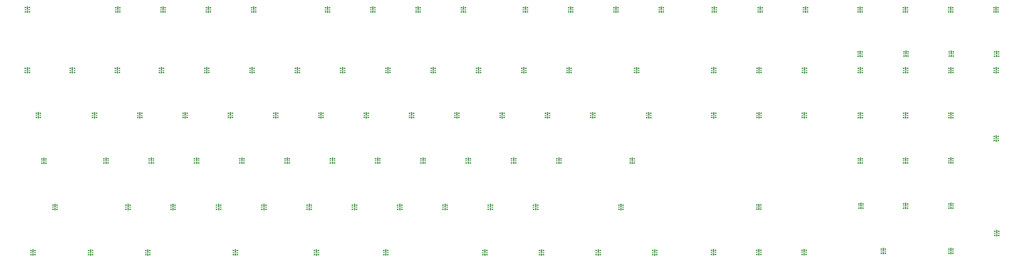
<source format=gbr>
%TF.GenerationSoftware,KiCad,Pcbnew,(5.1.9)-1*%
%TF.CreationDate,2021-06-08T21:52:20+10:00*%
%TF.ProjectId,RedPyKeeb_mainboard,52656450-794b-4656-9562-5f6d61696e62,rev?*%
%TF.SameCoordinates,Original*%
%TF.FileFunction,Paste,Top*%
%TF.FilePolarity,Positive*%
%FSLAX46Y46*%
G04 Gerber Fmt 4.6, Leading zero omitted, Abs format (unit mm)*
G04 Created by KiCad (PCBNEW (5.1.9)-1) date 2021-06-08 21:52:20*
%MOMM*%
%LPD*%
G01*
G04 APERTURE LIST*
%ADD10R,0.800000X0.500000*%
%ADD11R,0.800000X0.300000*%
%ADD12R,0.500000X1.000000*%
%ADD13R,0.500000X1.580000*%
G04 APERTURE END LIST*
D10*
%TO.C,LD3\u002C5\u002C1*%
X179805700Y-153249200D03*
D11*
X179805700Y-152349200D03*
D10*
X179805700Y-151449200D03*
D11*
X178105700Y-152349200D03*
D10*
X178105700Y-151449200D03*
X178105700Y-153249200D03*
D12*
X178955700Y-153179200D03*
D13*
X178955700Y-151659200D03*
%TD*%
D10*
%TO.C,LD3\u002C5\u002C0*%
X115708800Y-153261900D03*
D11*
X115708800Y-152361900D03*
D10*
X115708800Y-151461900D03*
D11*
X114008800Y-152361900D03*
D10*
X114008800Y-151461900D03*
X114008800Y-153261900D03*
D12*
X114858800Y-153191900D03*
D13*
X114858800Y-151671900D03*
%TD*%
D10*
%TO.C,LD20\u002C7*%
X440181100Y-68375100D03*
D11*
X440181100Y-67475100D03*
D10*
X440181100Y-66575100D03*
D11*
X438481100Y-67475100D03*
D10*
X438481100Y-66575100D03*
X438481100Y-68375100D03*
D12*
X439331100Y-68305100D03*
D13*
X439331100Y-66785100D03*
%TD*%
D10*
%TO.C,LD20\u002C0*%
X439927100Y-49464800D03*
D11*
X439927100Y-48564800D03*
D10*
X439927100Y-47664800D03*
D11*
X438227100Y-48564800D03*
D10*
X438227100Y-47664800D03*
X438227100Y-49464800D03*
D12*
X439077100Y-49394800D03*
D13*
X439077100Y-47874800D03*
%TD*%
D10*
%TO.C,LD20\u002C1*%
X439990600Y-75360100D03*
D11*
X439990600Y-74460100D03*
D10*
X439990600Y-73560100D03*
D11*
X438290600Y-74460100D03*
D10*
X438290600Y-73560100D03*
X438290600Y-75360100D03*
D12*
X439140600Y-75290100D03*
D13*
X439140600Y-73770100D03*
%TD*%
D10*
%TO.C,LD19\u002C6*%
X440244600Y-145019600D03*
D11*
X440244600Y-144119600D03*
D10*
X440244600Y-143219600D03*
D11*
X438544600Y-144119600D03*
D10*
X438544600Y-143219600D03*
X438544600Y-145019600D03*
D12*
X439394600Y-144949600D03*
D13*
X439394600Y-143429600D03*
%TD*%
D10*
%TO.C,LD19\u002C3*%
X420686600Y-94626000D03*
D11*
X420686600Y-93726000D03*
D10*
X420686600Y-92826000D03*
D11*
X418986600Y-93726000D03*
D10*
X418986600Y-92826000D03*
X418986600Y-94626000D03*
D12*
X419836600Y-94556000D03*
D13*
X419836600Y-93036000D03*
%TD*%
D10*
%TO.C,LD19\u002C4*%
X439990600Y-104506600D03*
D11*
X439990600Y-103606600D03*
D10*
X439990600Y-102706600D03*
D11*
X438290600Y-103606600D03*
D10*
X438290600Y-102706600D03*
X438290600Y-104506600D03*
D12*
X439140600Y-104436600D03*
D13*
X439140600Y-102916600D03*
%TD*%
D10*
%TO.C,LD19\u002C1*%
X420686600Y-75372800D03*
D11*
X420686600Y-74472800D03*
D10*
X420686600Y-73572800D03*
D11*
X418986600Y-74472800D03*
D10*
X418986600Y-73572800D03*
X418986600Y-75372800D03*
D12*
X419836600Y-75302800D03*
D13*
X419836600Y-73782800D03*
%TD*%
D10*
%TO.C,LD19\u002C0*%
X420610400Y-49464800D03*
D11*
X420610400Y-48564800D03*
D10*
X420610400Y-47664800D03*
D11*
X418910400Y-48564800D03*
D10*
X418910400Y-47664800D03*
X418910400Y-49464800D03*
D12*
X419760400Y-49394800D03*
D13*
X419760400Y-47874800D03*
%TD*%
D10*
%TO.C,LD19\u002C7*%
X420877100Y-68324300D03*
D11*
X420877100Y-67424300D03*
D10*
X420877100Y-66524300D03*
D11*
X419177100Y-67424300D03*
D10*
X419177100Y-66524300D03*
X419177100Y-68324300D03*
D12*
X420027100Y-68254300D03*
D13*
X420027100Y-66734300D03*
%TD*%
D10*
%TO.C,LD18\u002C0*%
X401306400Y-49464800D03*
D11*
X401306400Y-48564800D03*
D10*
X401306400Y-47664800D03*
D11*
X399606400Y-48564800D03*
D10*
X399606400Y-47664800D03*
X399606400Y-49464800D03*
D12*
X400456400Y-49394800D03*
D13*
X400456400Y-47874800D03*
%TD*%
D10*
%TO.C,LD18\u002C3*%
X401382600Y-94626000D03*
D11*
X401382600Y-93726000D03*
D10*
X401382600Y-92826000D03*
D11*
X399682600Y-93726000D03*
D10*
X399682600Y-92826000D03*
X399682600Y-94626000D03*
D12*
X400532600Y-94556000D03*
D13*
X400532600Y-93036000D03*
%TD*%
D10*
%TO.C,LD18\u002C4*%
X420686600Y-113968100D03*
D11*
X420686600Y-113068100D03*
D10*
X420686600Y-112168100D03*
D11*
X418986600Y-113068100D03*
D10*
X418986600Y-112168100D03*
X418986600Y-113968100D03*
D12*
X419836600Y-113898100D03*
D13*
X419836600Y-112378100D03*
%TD*%
D10*
%TO.C,LD18\u002C5*%
X420686600Y-133335600D03*
D11*
X420686600Y-132435600D03*
D10*
X420686600Y-131535600D03*
D11*
X418986600Y-132435600D03*
D10*
X418986600Y-131535600D03*
X418986600Y-133335600D03*
D12*
X419836600Y-133265600D03*
D13*
X419836600Y-131745600D03*
%TD*%
D10*
%TO.C,LD18\u002C7*%
X401573100Y-68324300D03*
D11*
X401573100Y-67424300D03*
D10*
X401573100Y-66524300D03*
D11*
X399873100Y-67424300D03*
D10*
X399873100Y-66524300D03*
X399873100Y-68324300D03*
D12*
X400723100Y-68254300D03*
D13*
X400723100Y-66734300D03*
%TD*%
D10*
%TO.C,LD18\u002C1*%
X401382600Y-75360100D03*
D11*
X401382600Y-74460100D03*
D10*
X401382600Y-73560100D03*
D11*
X399682600Y-74460100D03*
D10*
X399682600Y-73560100D03*
X399682600Y-75360100D03*
D12*
X400532600Y-75290100D03*
D13*
X400532600Y-73770100D03*
%TD*%
D10*
%TO.C,LD18\u002C6*%
X420686600Y-152639600D03*
D11*
X420686600Y-151739600D03*
D10*
X420686600Y-150839600D03*
D11*
X418986600Y-151739600D03*
D10*
X418986600Y-150839600D03*
X418986600Y-152639600D03*
D12*
X419836600Y-152569600D03*
D13*
X419836600Y-151049600D03*
%TD*%
D10*
%TO.C,LD17\u002C4*%
X401382600Y-114031600D03*
D11*
X401382600Y-113131600D03*
D10*
X401382600Y-112231600D03*
D11*
X399682600Y-113131600D03*
D10*
X399682600Y-112231600D03*
X399682600Y-114031600D03*
D12*
X400532600Y-113961600D03*
D13*
X400532600Y-112441600D03*
%TD*%
D10*
%TO.C,LD17\u002C3*%
X382078600Y-94626000D03*
D11*
X382078600Y-93726000D03*
D10*
X382078600Y-92826000D03*
D11*
X380378600Y-93726000D03*
D10*
X380378600Y-92826000D03*
X380378600Y-94626000D03*
D12*
X381228600Y-94556000D03*
D13*
X381228600Y-93036000D03*
%TD*%
D10*
%TO.C,LD17\u002C6*%
X391857600Y-152639600D03*
D11*
X391857600Y-151739600D03*
D10*
X391857600Y-150839600D03*
D11*
X390157600Y-151739600D03*
D10*
X390157600Y-150839600D03*
X390157600Y-152639600D03*
D12*
X391007600Y-152569600D03*
D13*
X391007600Y-151049600D03*
%TD*%
D10*
%TO.C,LD17\u002C5*%
X401382600Y-133335600D03*
D11*
X401382600Y-132435600D03*
D10*
X401382600Y-131535600D03*
D11*
X399682600Y-132435600D03*
D10*
X399682600Y-131535600D03*
X399682600Y-133335600D03*
D12*
X400532600Y-133265600D03*
D13*
X400532600Y-131745600D03*
%TD*%
D10*
%TO.C,LD17\u002C1*%
X382078600Y-75360100D03*
D11*
X382078600Y-74460100D03*
D10*
X382078600Y-73560100D03*
D11*
X380378600Y-74460100D03*
D10*
X380378600Y-73560100D03*
X380378600Y-75360100D03*
D12*
X381228600Y-75290100D03*
D13*
X381228600Y-73770100D03*
%TD*%
D10*
%TO.C,LD17\u002C0*%
X382002400Y-49464800D03*
D11*
X382002400Y-48564800D03*
D10*
X382002400Y-47664800D03*
D11*
X380302400Y-48564800D03*
D10*
X380302400Y-47664800D03*
X380302400Y-49464800D03*
D12*
X381152400Y-49394800D03*
D13*
X381152400Y-47874800D03*
%TD*%
D10*
%TO.C,LD17\u002C7*%
X381951600Y-68375100D03*
D11*
X381951600Y-67475100D03*
D10*
X381951600Y-66575100D03*
D11*
X380251600Y-67475100D03*
D10*
X380251600Y-66575100D03*
X380251600Y-68375100D03*
D12*
X381101600Y-68305100D03*
D13*
X381101600Y-66785100D03*
%TD*%
D10*
%TO.C,LD16\u002C5*%
X382332600Y-133335600D03*
D11*
X382332600Y-132435600D03*
D10*
X382332600Y-131535600D03*
D11*
X380632600Y-132435600D03*
D10*
X380632600Y-131535600D03*
X380632600Y-133335600D03*
D12*
X381482600Y-133265600D03*
D13*
X381482600Y-131745600D03*
%TD*%
D10*
%TO.C,LD16\u002C3*%
X358202600Y-94600600D03*
D11*
X358202600Y-93700600D03*
D10*
X358202600Y-92800600D03*
D11*
X356502600Y-93700600D03*
D10*
X356502600Y-92800600D03*
X356502600Y-94600600D03*
D12*
X357352600Y-94530600D03*
D13*
X357352600Y-93010600D03*
%TD*%
D10*
%TO.C,LD16\u002C1*%
X358280800Y-75385500D03*
D11*
X358280800Y-74485500D03*
D10*
X358280800Y-73585500D03*
D11*
X356580800Y-74485500D03*
D10*
X356580800Y-73585500D03*
X356580800Y-75385500D03*
D12*
X357430800Y-75315500D03*
D13*
X357430800Y-73795500D03*
%TD*%
D10*
%TO.C,LD16\u002C6*%
X358139100Y-153147600D03*
D11*
X358139100Y-152247600D03*
D10*
X358139100Y-151347600D03*
D11*
X356439100Y-152247600D03*
D10*
X356439100Y-151347600D03*
X356439100Y-153147600D03*
D12*
X357289100Y-153077600D03*
D13*
X357289100Y-151557600D03*
%TD*%
D10*
%TO.C,LD16\u002C0*%
X358697900Y-49452100D03*
D11*
X358697900Y-48552100D03*
D10*
X358697900Y-47652100D03*
D11*
X356997900Y-48552100D03*
D10*
X356997900Y-47652100D03*
X356997900Y-49452100D03*
D12*
X357847900Y-49382100D03*
D13*
X357847900Y-47862100D03*
%TD*%
D10*
%TO.C,LD16\u002C4*%
X382078600Y-114031600D03*
D11*
X382078600Y-113131600D03*
D10*
X382078600Y-112231600D03*
D11*
X380378600Y-113131600D03*
D10*
X380378600Y-112231600D03*
X380378600Y-114031600D03*
D12*
X381228600Y-113961600D03*
D13*
X381228600Y-112441600D03*
%TD*%
D10*
%TO.C,LD15\u002C0*%
X339393900Y-49452100D03*
D11*
X339393900Y-48552100D03*
D10*
X339393900Y-47652100D03*
D11*
X337693900Y-48552100D03*
D10*
X337693900Y-47652100D03*
X337693900Y-49452100D03*
D12*
X338543900Y-49382100D03*
D13*
X338543900Y-47862100D03*
%TD*%
D10*
%TO.C,LD15\u002C5*%
X338835100Y-133792800D03*
D11*
X338835100Y-132892800D03*
D10*
X338835100Y-131992800D03*
D11*
X337135100Y-132892800D03*
D10*
X337135100Y-131992800D03*
X337135100Y-133792800D03*
D12*
X337985100Y-133722800D03*
D13*
X337985100Y-132202800D03*
%TD*%
D10*
%TO.C,LD15\u002C6*%
X338835100Y-153147600D03*
D11*
X338835100Y-152247600D03*
D10*
X338835100Y-151347600D03*
D11*
X337135100Y-152247600D03*
D10*
X337135100Y-151347600D03*
X337135100Y-153147600D03*
D12*
X337985100Y-153077600D03*
D13*
X337985100Y-151557600D03*
%TD*%
D10*
%TO.C,LD15\u002C3*%
X338898600Y-94600600D03*
D11*
X338898600Y-93700600D03*
D10*
X338898600Y-92800600D03*
D11*
X337198600Y-93700600D03*
D10*
X337198600Y-92800600D03*
X337198600Y-94600600D03*
D12*
X338048600Y-94530600D03*
D13*
X338048600Y-93010600D03*
%TD*%
D10*
%TO.C,LD15\u002C1*%
X338898600Y-75360100D03*
D11*
X338898600Y-74460100D03*
D10*
X338898600Y-73560100D03*
D11*
X337198600Y-74460100D03*
D10*
X337198600Y-73560100D03*
X337198600Y-75360100D03*
D12*
X338048600Y-75290100D03*
D13*
X338048600Y-73770100D03*
%TD*%
D10*
%TO.C,LD14\u002C1*%
X319594600Y-75360100D03*
D11*
X319594600Y-74460100D03*
D10*
X319594600Y-73560100D03*
D11*
X317894600Y-74460100D03*
D10*
X317894600Y-73560100D03*
X317894600Y-75360100D03*
D12*
X318744600Y-75290100D03*
D13*
X318744600Y-73770100D03*
%TD*%
D10*
%TO.C,LD14\u002C3*%
X319594600Y-94600600D03*
D11*
X319594600Y-93700600D03*
D10*
X319594600Y-92800600D03*
D11*
X317894600Y-93700600D03*
D10*
X317894600Y-92800600D03*
X317894600Y-94600600D03*
D12*
X318744600Y-94530600D03*
D13*
X318744600Y-93010600D03*
%TD*%
D10*
%TO.C,LD14\u002C0*%
X319835900Y-49452100D03*
D11*
X319835900Y-48552100D03*
D10*
X319835900Y-47652100D03*
D11*
X318135900Y-48552100D03*
D10*
X318135900Y-47652100D03*
X318135900Y-49452100D03*
D12*
X318985900Y-49382100D03*
D13*
X318985900Y-47862100D03*
%TD*%
D10*
%TO.C,LD14\u002C6*%
X319531100Y-153147600D03*
D11*
X319531100Y-152247600D03*
D10*
X319531100Y-151347600D03*
D11*
X317831100Y-152247600D03*
D10*
X317831100Y-151347600D03*
X317831100Y-153147600D03*
D12*
X318681100Y-153077600D03*
D13*
X318681100Y-151557600D03*
%TD*%
D10*
%TO.C,LD13\u002C1*%
X286739700Y-75360100D03*
D11*
X286739700Y-74460100D03*
D10*
X286739700Y-73560100D03*
D11*
X285039700Y-74460100D03*
D10*
X285039700Y-73560100D03*
X285039700Y-75360100D03*
D12*
X285889700Y-75290100D03*
D13*
X285889700Y-73770100D03*
%TD*%
D10*
%TO.C,LD13\u002C2*%
X291934000Y-94626000D03*
D11*
X291934000Y-93726000D03*
D10*
X291934000Y-92826000D03*
D11*
X290234000Y-93726000D03*
D10*
X290234000Y-92826000D03*
X290234000Y-94626000D03*
D12*
X291084000Y-94556000D03*
D13*
X291084000Y-93036000D03*
%TD*%
D10*
%TO.C,LD12\u002C0*%
X297265460Y-49452100D03*
D11*
X297265460Y-48552100D03*
D10*
X297265460Y-47652100D03*
D11*
X295565460Y-48552100D03*
D10*
X295565460Y-47652100D03*
X295565460Y-49452100D03*
D12*
X296415460Y-49382100D03*
D13*
X296415460Y-47862100D03*
%TD*%
D10*
%TO.C,LD12\u002C1*%
X257974200Y-75360100D03*
D11*
X257974200Y-74460100D03*
D10*
X257974200Y-73560100D03*
D11*
X256274200Y-74460100D03*
D10*
X256274200Y-73560100D03*
X256274200Y-75360100D03*
D12*
X257124200Y-75290100D03*
D13*
X257124200Y-73770100D03*
%TD*%
D10*
%TO.C,LD12\u002C3*%
X284872800Y-114057000D03*
D11*
X284872800Y-113157000D03*
D10*
X284872800Y-112257000D03*
D11*
X283172800Y-113157000D03*
D10*
X283172800Y-112257000D03*
X283172800Y-114057000D03*
D12*
X284022800Y-113987000D03*
D13*
X284022800Y-112467000D03*
%TD*%
D10*
%TO.C,LD12\u002C2*%
X268007200Y-94600600D03*
D11*
X268007200Y-93700600D03*
D10*
X268007200Y-92800600D03*
D11*
X266307200Y-93700600D03*
D10*
X266307200Y-92800600D03*
X266307200Y-94600600D03*
D12*
X267157200Y-94530600D03*
D13*
X267157200Y-93010600D03*
%TD*%
D10*
%TO.C,LD11\u002C4*%
X280072200Y-133843600D03*
D11*
X280072200Y-132943600D03*
D10*
X280072200Y-132043600D03*
D11*
X278372200Y-132943600D03*
D10*
X278372200Y-132043600D03*
X278372200Y-133843600D03*
D12*
X279222200Y-133773600D03*
D13*
X279222200Y-132253600D03*
%TD*%
D10*
%TO.C,LD11\u002C2*%
X248703200Y-94600600D03*
D11*
X248703200Y-93700600D03*
D10*
X248703200Y-92800600D03*
D11*
X247003200Y-93700600D03*
D10*
X247003200Y-92800600D03*
X247003200Y-94600600D03*
D12*
X247853200Y-94530600D03*
D13*
X247853200Y-93010600D03*
%TD*%
D10*
%TO.C,LD11\u002C5*%
X294423200Y-153274600D03*
D11*
X294423200Y-152374600D03*
D10*
X294423200Y-151474600D03*
D11*
X292723200Y-152374600D03*
D10*
X292723200Y-151474600D03*
X292723200Y-153274600D03*
D12*
X293573200Y-153204600D03*
D13*
X293573200Y-151684600D03*
%TD*%
D10*
%TO.C,LD11\u002C0*%
X277961460Y-49452100D03*
D11*
X277961460Y-48552100D03*
D10*
X277961460Y-47652100D03*
D11*
X276261460Y-48552100D03*
D10*
X276261460Y-47652100D03*
X276261460Y-49452100D03*
D12*
X277111460Y-49382100D03*
D13*
X277111460Y-47862100D03*
%TD*%
D10*
%TO.C,LD11\u002C3*%
X253592700Y-114031600D03*
D11*
X253592700Y-113131600D03*
D10*
X253592700Y-112231600D03*
D11*
X251892700Y-113131600D03*
D10*
X251892700Y-112231600D03*
X251892700Y-114031600D03*
D12*
X252742700Y-113961600D03*
D13*
X252742700Y-112441600D03*
%TD*%
D10*
%TO.C,LD11\u002C1*%
X238670200Y-75360100D03*
D11*
X238670200Y-74460100D03*
D10*
X238670200Y-73560100D03*
D11*
X236970200Y-74460100D03*
D10*
X236970200Y-73560100D03*
X236970200Y-75360100D03*
D12*
X237820200Y-75290100D03*
D13*
X237820200Y-73770100D03*
%TD*%
D10*
%TO.C,LD10\u002C3*%
X234288700Y-114031600D03*
D11*
X234288700Y-113131600D03*
D10*
X234288700Y-112231600D03*
D11*
X232588700Y-113131600D03*
D10*
X232588700Y-112231600D03*
X232588700Y-114031600D03*
D12*
X233438700Y-113961600D03*
D13*
X233438700Y-112441600D03*
%TD*%
D10*
%TO.C,LD10\u002C4*%
X243686700Y-133843600D03*
D11*
X243686700Y-132943600D03*
D10*
X243686700Y-132043600D03*
D11*
X241986700Y-132943600D03*
D10*
X241986700Y-132043600D03*
X241986700Y-133843600D03*
D12*
X242836700Y-133773600D03*
D13*
X242836700Y-132253600D03*
%TD*%
D10*
%TO.C,LD10\u002C2*%
X229399200Y-94600600D03*
D11*
X229399200Y-93700600D03*
D10*
X229399200Y-92800600D03*
D11*
X227699200Y-93700600D03*
D10*
X227699200Y-92800600D03*
X227699200Y-94600600D03*
D12*
X228549200Y-94530600D03*
D13*
X228549200Y-93010600D03*
%TD*%
D10*
%TO.C,LD10\u002C1*%
X219366200Y-75360100D03*
D11*
X219366200Y-74460100D03*
D10*
X219366200Y-73560100D03*
D11*
X217666200Y-74460100D03*
D10*
X217666200Y-73560100D03*
X217666200Y-75360100D03*
D12*
X218516200Y-75290100D03*
D13*
X218516200Y-73770100D03*
%TD*%
D10*
%TO.C,LD10\u002C5*%
X270356700Y-153274600D03*
D11*
X270356700Y-152374600D03*
D10*
X270356700Y-151474600D03*
D11*
X268656700Y-152374600D03*
D10*
X268656700Y-151474600D03*
X268656700Y-153274600D03*
D12*
X269506700Y-153204600D03*
D13*
X269506700Y-151684600D03*
%TD*%
D10*
%TO.C,LD10\u002C0*%
X258657460Y-49452100D03*
D11*
X258657460Y-48552100D03*
D10*
X258657460Y-47652100D03*
D11*
X256957460Y-48552100D03*
D10*
X256957460Y-47652100D03*
X256957460Y-49452100D03*
D12*
X257807460Y-49382100D03*
D13*
X257807460Y-47862100D03*
%TD*%
D10*
%TO.C,LD9\u002C2*%
X210095200Y-94600600D03*
D11*
X210095200Y-93700600D03*
D10*
X210095200Y-92800600D03*
D11*
X208395200Y-93700600D03*
D10*
X208395200Y-92800600D03*
X208395200Y-94600600D03*
D12*
X209245200Y-94530600D03*
D13*
X209245200Y-93010600D03*
%TD*%
D10*
%TO.C,LD9\u002C5*%
X246163200Y-153274600D03*
D11*
X246163200Y-152374600D03*
D10*
X246163200Y-151474600D03*
D11*
X244463200Y-152374600D03*
D10*
X244463200Y-151474600D03*
X244463200Y-153274600D03*
D12*
X245313200Y-153204600D03*
D13*
X245313200Y-151684600D03*
%TD*%
D10*
%TO.C,LD9\u002C3*%
X214984700Y-114031600D03*
D11*
X214984700Y-113131600D03*
D10*
X214984700Y-112231600D03*
D11*
X213284700Y-113131600D03*
D10*
X213284700Y-112231600D03*
X213284700Y-114031600D03*
D12*
X214134700Y-113961600D03*
D13*
X214134700Y-112441600D03*
%TD*%
D10*
%TO.C,LD9\u002C4*%
X224382700Y-133843600D03*
D11*
X224382700Y-132943600D03*
D10*
X224382700Y-132043600D03*
D11*
X222682700Y-132943600D03*
D10*
X222682700Y-132043600D03*
X222682700Y-133843600D03*
D12*
X223532700Y-133773600D03*
D13*
X223532700Y-132253600D03*
%TD*%
D10*
%TO.C,LD9\u002C1*%
X200062200Y-75360100D03*
D11*
X200062200Y-74460100D03*
D10*
X200062200Y-73560100D03*
D11*
X198362200Y-74460100D03*
D10*
X198362200Y-73560100D03*
X198362200Y-75360100D03*
D12*
X199212200Y-75290100D03*
D13*
X199212200Y-73770100D03*
%TD*%
D10*
%TO.C,LD9\u002C0*%
X239353460Y-49452100D03*
D11*
X239353460Y-48552100D03*
D10*
X239353460Y-47652100D03*
D11*
X237653460Y-48552100D03*
D10*
X237653460Y-47652100D03*
X237653460Y-49452100D03*
D12*
X238503460Y-49382100D03*
D13*
X238503460Y-47862100D03*
%TD*%
D10*
%TO.C,LD8\u002C5*%
X222033200Y-153274600D03*
D11*
X222033200Y-152374600D03*
D10*
X222033200Y-151474600D03*
D11*
X220333200Y-152374600D03*
D10*
X220333200Y-151474600D03*
X220333200Y-153274600D03*
D12*
X221183200Y-153204600D03*
D13*
X221183200Y-151684600D03*
%TD*%
D10*
%TO.C,LD8\u002C1*%
X180758200Y-75360100D03*
D11*
X180758200Y-74460100D03*
D10*
X180758200Y-73560100D03*
D11*
X179058200Y-74460100D03*
D10*
X179058200Y-73560100D03*
X179058200Y-75360100D03*
D12*
X179908200Y-75290100D03*
D13*
X179908200Y-73770100D03*
%TD*%
D10*
%TO.C,LD8\u002C2*%
X190791200Y-94600600D03*
D11*
X190791200Y-93700600D03*
D10*
X190791200Y-92800600D03*
D11*
X189091200Y-93700600D03*
D10*
X189091200Y-92800600D03*
X189091200Y-94600600D03*
D12*
X189941200Y-94530600D03*
D13*
X189941200Y-93010600D03*
%TD*%
D10*
%TO.C,LD8\u002C0*%
X212937460Y-49452100D03*
D11*
X212937460Y-48552100D03*
D10*
X212937460Y-47652100D03*
D11*
X211237460Y-48552100D03*
D10*
X211237460Y-47652100D03*
X211237460Y-49452100D03*
D12*
X212087460Y-49382100D03*
D13*
X212087460Y-47862100D03*
%TD*%
D10*
%TO.C,LD8\u002C4*%
X205078700Y-133843600D03*
D11*
X205078700Y-132943600D03*
D10*
X205078700Y-132043600D03*
D11*
X203378700Y-132943600D03*
D10*
X203378700Y-132043600D03*
X203378700Y-133843600D03*
D12*
X204228700Y-133773600D03*
D13*
X204228700Y-132253600D03*
%TD*%
D10*
%TO.C,LD8\u002C3*%
X195680700Y-114031600D03*
D11*
X195680700Y-113131600D03*
D10*
X195680700Y-112231600D03*
D11*
X193980700Y-113131600D03*
D10*
X193980700Y-112231600D03*
X193980700Y-114031600D03*
D12*
X194830700Y-113961600D03*
D13*
X194830700Y-112441600D03*
%TD*%
D10*
%TO.C,LD7\u002C2*%
X171487200Y-94600600D03*
D11*
X171487200Y-93700600D03*
D10*
X171487200Y-92800600D03*
D11*
X169787200Y-93700600D03*
D10*
X169787200Y-92800600D03*
X169787200Y-94600600D03*
D12*
X170637200Y-94530600D03*
D13*
X170637200Y-93010600D03*
%TD*%
D10*
%TO.C,LD7\u002C1*%
X161454200Y-75360100D03*
D11*
X161454200Y-74460100D03*
D10*
X161454200Y-73560100D03*
D11*
X159754200Y-74460100D03*
D10*
X159754200Y-73560100D03*
X159754200Y-75360100D03*
D12*
X160604200Y-75290100D03*
D13*
X160604200Y-73770100D03*
%TD*%
D10*
%TO.C,LD7\u002C3*%
X176376700Y-114031600D03*
D11*
X176376700Y-113131600D03*
D10*
X176376700Y-112231600D03*
D11*
X174676700Y-113131600D03*
D10*
X174676700Y-112231600D03*
X174676700Y-114031600D03*
D12*
X175526700Y-113961600D03*
D13*
X175526700Y-112441600D03*
%TD*%
D10*
%TO.C,LD7\u002C4*%
X185774700Y-133843600D03*
D11*
X185774700Y-132943600D03*
D10*
X185774700Y-132043600D03*
D11*
X184074700Y-132943600D03*
D10*
X184074700Y-132043600D03*
X184074700Y-133843600D03*
D12*
X184924700Y-133773600D03*
D13*
X184924700Y-132253600D03*
%TD*%
D10*
%TO.C,LD7\u002C0*%
X193633460Y-49452100D03*
D11*
X193633460Y-48552100D03*
D10*
X193633460Y-47652100D03*
D11*
X191933460Y-48552100D03*
D10*
X191933460Y-47652100D03*
X191933460Y-49452100D03*
D12*
X192783460Y-49382100D03*
D13*
X192783460Y-47862100D03*
%TD*%
D10*
%TO.C,LD6\u002C1*%
X142150200Y-75360100D03*
D11*
X142150200Y-74460100D03*
D10*
X142150200Y-73560100D03*
D11*
X140450200Y-74460100D03*
D10*
X140450200Y-73560100D03*
X140450200Y-75360100D03*
D12*
X141300200Y-75290100D03*
D13*
X141300200Y-73770100D03*
%TD*%
D10*
%TO.C,LD6\u002C3*%
X157072700Y-114031600D03*
D11*
X157072700Y-113131600D03*
D10*
X157072700Y-112231600D03*
D11*
X155372700Y-113131600D03*
D10*
X155372700Y-112231600D03*
X155372700Y-114031600D03*
D12*
X156222700Y-113961600D03*
D13*
X156222700Y-112441600D03*
%TD*%
D10*
%TO.C,LD6\u002C4*%
X166470700Y-133843600D03*
D11*
X166470700Y-132943600D03*
D10*
X166470700Y-132043600D03*
D11*
X164770700Y-132943600D03*
D10*
X164770700Y-132043600D03*
X164770700Y-133843600D03*
D12*
X165620700Y-133773600D03*
D13*
X165620700Y-132253600D03*
%TD*%
D10*
%TO.C,LD6\u002C0*%
X174329460Y-49452100D03*
D11*
X174329460Y-48552100D03*
D10*
X174329460Y-47652100D03*
D11*
X172629460Y-48552100D03*
D10*
X172629460Y-47652100D03*
X172629460Y-49452100D03*
D12*
X173479460Y-49382100D03*
D13*
X173479460Y-47862100D03*
%TD*%
D10*
%TO.C,LD6\u002C2*%
X152183200Y-94600600D03*
D11*
X152183200Y-93700600D03*
D10*
X152183200Y-92800600D03*
D11*
X150483200Y-93700600D03*
D10*
X150483200Y-92800600D03*
X150483200Y-94600600D03*
D12*
X151333200Y-94530600D03*
D13*
X151333200Y-93010600D03*
%TD*%
D10*
%TO.C,LD5\u002C1*%
X122846200Y-75360100D03*
D11*
X122846200Y-74460100D03*
D10*
X122846200Y-73560100D03*
D11*
X121146200Y-74460100D03*
D10*
X121146200Y-73560100D03*
X121146200Y-75360100D03*
D12*
X121996200Y-75290100D03*
D13*
X121996200Y-73770100D03*
%TD*%
D10*
%TO.C,LD5\u002C2*%
X132879200Y-94600600D03*
D11*
X132879200Y-93700600D03*
D10*
X132879200Y-92800600D03*
D11*
X131179200Y-93700600D03*
D10*
X131179200Y-92800600D03*
X131179200Y-94600600D03*
D12*
X132029200Y-94530600D03*
D13*
X132029200Y-93010600D03*
%TD*%
D10*
%TO.C,LD5\u002C4*%
X147166700Y-133843600D03*
D11*
X147166700Y-132943600D03*
D10*
X147166700Y-132043600D03*
D11*
X145466700Y-132943600D03*
D10*
X145466700Y-132043600D03*
X145466700Y-133843600D03*
D12*
X146316700Y-133773600D03*
D13*
X146316700Y-132253600D03*
%TD*%
D10*
%TO.C,LD5\u002C0*%
X155025460Y-49452100D03*
D11*
X155025460Y-48552100D03*
D10*
X155025460Y-47652100D03*
D11*
X153325460Y-48552100D03*
D10*
X153325460Y-47652100D03*
X153325460Y-49452100D03*
D12*
X154175460Y-49382100D03*
D13*
X154175460Y-47862100D03*
%TD*%
D10*
%TO.C,LD5\u002C3*%
X137768700Y-114031600D03*
D11*
X137768700Y-113131600D03*
D10*
X137768700Y-112231600D03*
D11*
X136068700Y-113131600D03*
D10*
X136068700Y-112231600D03*
X136068700Y-114031600D03*
D12*
X136918700Y-113961600D03*
D13*
X136918700Y-112441600D03*
%TD*%
D10*
%TO.C,LD4\u002C3*%
X118464700Y-114031600D03*
D11*
X118464700Y-113131600D03*
D10*
X118464700Y-112231600D03*
D11*
X116764700Y-113131600D03*
D10*
X116764700Y-112231600D03*
X116764700Y-114031600D03*
D12*
X117614700Y-113961600D03*
D13*
X117614700Y-112441600D03*
%TD*%
D10*
%TO.C,LD4\u002C4*%
X127862700Y-133843600D03*
D11*
X127862700Y-132943600D03*
D10*
X127862700Y-132043600D03*
D11*
X126162700Y-132943600D03*
D10*
X126162700Y-132043600D03*
X126162700Y-133843600D03*
D12*
X127012700Y-133773600D03*
D13*
X127012700Y-132253600D03*
%TD*%
D10*
%TO.C,LD4\u002C0*%
X123529460Y-49452100D03*
D11*
X123529460Y-48552100D03*
D10*
X123529460Y-47652100D03*
D11*
X121829460Y-48552100D03*
D10*
X121829460Y-47652100D03*
X121829460Y-49452100D03*
D12*
X122679460Y-49382100D03*
D13*
X122679460Y-47862100D03*
%TD*%
D10*
%TO.C,LD4\u002C2*%
X113575200Y-94600600D03*
D11*
X113575200Y-93700600D03*
D10*
X113575200Y-92800600D03*
D11*
X111875200Y-93700600D03*
D10*
X111875200Y-92800600D03*
X111875200Y-94600600D03*
D12*
X112725200Y-94530600D03*
D13*
X112725200Y-93010600D03*
%TD*%
D10*
%TO.C,LD4\u002C1*%
X103542200Y-75360100D03*
D11*
X103542200Y-74460100D03*
D10*
X103542200Y-73560100D03*
D11*
X101842200Y-74460100D03*
D10*
X101842200Y-73560100D03*
X101842200Y-75360100D03*
D12*
X102692200Y-75290100D03*
D13*
X102692200Y-73770100D03*
%TD*%
D10*
%TO.C,LD3\u002C0*%
X104225460Y-49452100D03*
D11*
X104225460Y-48552100D03*
D10*
X104225460Y-47652100D03*
D11*
X102525460Y-48552100D03*
D10*
X102525460Y-47652100D03*
X102525460Y-49452100D03*
D12*
X103375460Y-49382100D03*
D13*
X103375460Y-47862100D03*
%TD*%
D10*
%TO.C,LD3\u002C1*%
X84238200Y-75360100D03*
D11*
X84238200Y-74460100D03*
D10*
X84238200Y-73560100D03*
D11*
X82538200Y-74460100D03*
D10*
X82538200Y-73560100D03*
X82538200Y-75360100D03*
D12*
X83388200Y-75290100D03*
D13*
X83388200Y-73770100D03*
%TD*%
D10*
%TO.C,LD3\u002C2*%
X94271200Y-94600600D03*
D11*
X94271200Y-93700600D03*
D10*
X94271200Y-92800600D03*
D11*
X92571200Y-93700600D03*
D10*
X92571200Y-92800600D03*
X92571200Y-94600600D03*
D12*
X93421200Y-94530600D03*
D13*
X93421200Y-93010600D03*
%TD*%
D10*
%TO.C,LD3\u002C4*%
X108558700Y-133843600D03*
D11*
X108558700Y-132943600D03*
D10*
X108558700Y-132043600D03*
D11*
X106858700Y-132943600D03*
D10*
X106858700Y-132043600D03*
X106858700Y-133843600D03*
D12*
X107708700Y-133773600D03*
D13*
X107708700Y-132253600D03*
%TD*%
D10*
%TO.C,LD3\u002C5*%
X150278200Y-153274600D03*
D11*
X150278200Y-152374600D03*
D10*
X150278200Y-151474600D03*
D11*
X148578200Y-152374600D03*
D10*
X148578200Y-151474600D03*
X148578200Y-153274600D03*
D12*
X149428200Y-153204600D03*
D13*
X149428200Y-151684600D03*
%TD*%
D10*
%TO.C,LD3\u002C3*%
X99160700Y-114031600D03*
D11*
X99160700Y-113131600D03*
D10*
X99160700Y-112231600D03*
D11*
X97460700Y-113131600D03*
D10*
X97460700Y-112231600D03*
X97460700Y-114031600D03*
D12*
X98310700Y-113961600D03*
D13*
X98310700Y-112441600D03*
%TD*%
D10*
%TO.C,LD2\u002C3*%
X79856700Y-114031600D03*
D11*
X79856700Y-113131600D03*
D10*
X79856700Y-112231600D03*
D11*
X78156700Y-113131600D03*
D10*
X78156700Y-112231600D03*
X78156700Y-114031600D03*
D12*
X79006700Y-113961600D03*
D13*
X79006700Y-112441600D03*
%TD*%
D10*
%TO.C,LD2\u002C5*%
X78396200Y-153274600D03*
D11*
X78396200Y-152374600D03*
D10*
X78396200Y-151474600D03*
D11*
X76696200Y-152374600D03*
D10*
X76696200Y-151474600D03*
X76696200Y-153274600D03*
D12*
X77546200Y-153204600D03*
D13*
X77546200Y-151684600D03*
%TD*%
D10*
%TO.C,LD2\u002C4*%
X89114700Y-133843600D03*
D11*
X89114700Y-132943600D03*
D10*
X89114700Y-132043600D03*
D11*
X87414700Y-132943600D03*
D10*
X87414700Y-132043600D03*
X87414700Y-133843600D03*
D12*
X88264700Y-133773600D03*
D13*
X88264700Y-132253600D03*
%TD*%
D10*
%TO.C,LD2\u002C0*%
X84921460Y-49452100D03*
D11*
X84921460Y-48552100D03*
D10*
X84921460Y-47652100D03*
D11*
X83221460Y-48552100D03*
D10*
X83221460Y-47652100D03*
X83221460Y-49452100D03*
D12*
X84071460Y-49382100D03*
D13*
X84071460Y-47862100D03*
%TD*%
D10*
%TO.C,LD2\u002C1*%
X65442200Y-75360100D03*
D11*
X65442200Y-74460100D03*
D10*
X65442200Y-73560100D03*
D11*
X63742200Y-74460100D03*
D10*
X63742200Y-73560100D03*
X63742200Y-75360100D03*
D12*
X64592200Y-75290100D03*
D13*
X64592200Y-73770100D03*
%TD*%
D10*
%TO.C,LD2\u002C2*%
X74967200Y-94600600D03*
D11*
X74967200Y-93700600D03*
D10*
X74967200Y-92800600D03*
D11*
X73267200Y-93700600D03*
D10*
X73267200Y-92800600D03*
X73267200Y-94600600D03*
D12*
X74117200Y-94530600D03*
D13*
X74117200Y-93010600D03*
%TD*%
D10*
%TO.C,LD1\u002C0*%
X65617460Y-49452100D03*
D11*
X65617460Y-48552100D03*
D10*
X65617460Y-47652100D03*
D11*
X63917460Y-48552100D03*
D10*
X63917460Y-47652100D03*
X63917460Y-49452100D03*
D12*
X64767460Y-49382100D03*
D13*
X64767460Y-47862100D03*
%TD*%
D10*
%TO.C,LD1\u002C4*%
X69950700Y-133843600D03*
D11*
X69950700Y-132943600D03*
D10*
X69950700Y-132043600D03*
D11*
X68250700Y-132943600D03*
D10*
X68250700Y-132043600D03*
X68250700Y-133843600D03*
D12*
X69100700Y-133773600D03*
D13*
X69100700Y-132253600D03*
%TD*%
D10*
%TO.C,LD1\u002C1*%
X46239800Y-75372800D03*
D11*
X46239800Y-74472800D03*
D10*
X46239800Y-73572800D03*
D11*
X44539800Y-74472800D03*
D10*
X44539800Y-73572800D03*
X44539800Y-75372800D03*
D12*
X45389800Y-75302800D03*
D13*
X45389800Y-73782800D03*
%TD*%
D10*
%TO.C,LD1\u002C3*%
X60552700Y-114031600D03*
D11*
X60552700Y-113131600D03*
D10*
X60552700Y-112231600D03*
D11*
X58852700Y-113131600D03*
D10*
X58852700Y-112231600D03*
X58852700Y-114031600D03*
D12*
X59702700Y-113961600D03*
D13*
X59702700Y-112441600D03*
%TD*%
D10*
%TO.C,LD1\u002C5*%
X54012200Y-153274600D03*
D11*
X54012200Y-152374600D03*
D10*
X54012200Y-151474600D03*
D11*
X52312200Y-152374600D03*
D10*
X52312200Y-151474600D03*
X52312200Y-153274600D03*
D12*
X53162200Y-153204600D03*
D13*
X53162200Y-151684600D03*
%TD*%
D10*
%TO.C,LD1\u002C2*%
X55663200Y-94600600D03*
D11*
X55663200Y-93700600D03*
D10*
X55663200Y-92800600D03*
D11*
X53963200Y-93700600D03*
D10*
X53963200Y-92800600D03*
X53963200Y-94600600D03*
D12*
X54813200Y-94530600D03*
D13*
X54813200Y-93010600D03*
%TD*%
D10*
%TO.C,LD0\u002C2*%
X31736400Y-94575200D03*
D11*
X31736400Y-93675200D03*
D10*
X31736400Y-92775200D03*
D11*
X30036400Y-93675200D03*
D10*
X30036400Y-92775200D03*
X30036400Y-94575200D03*
D12*
X30886400Y-94505200D03*
D13*
X30886400Y-92985200D03*
%TD*%
D10*
%TO.C,LD0\u002C1*%
X27024700Y-75372800D03*
D11*
X27024700Y-74472800D03*
D10*
X27024700Y-73572800D03*
D11*
X25324700Y-74472800D03*
D10*
X25324700Y-73572800D03*
X25324700Y-75372800D03*
D12*
X26174700Y-75302800D03*
D13*
X26174700Y-73782800D03*
%TD*%
D10*
%TO.C,LD0\u002C5*%
X29437700Y-153223800D03*
D11*
X29437700Y-152323800D03*
D10*
X29437700Y-151423800D03*
D11*
X27737700Y-152323800D03*
D10*
X27737700Y-151423800D03*
X27737700Y-153223800D03*
D12*
X28587700Y-153153800D03*
D13*
X28587700Y-151633800D03*
%TD*%
D10*
%TO.C,LD0\u002C3*%
X34073200Y-114107800D03*
D11*
X34073200Y-113207800D03*
D10*
X34073200Y-112307800D03*
D11*
X32373200Y-113207800D03*
D10*
X32373200Y-112307800D03*
X32373200Y-114107800D03*
D12*
X33223200Y-114037800D03*
D13*
X33223200Y-112517800D03*
%TD*%
D10*
%TO.C,LD0\u002C0*%
X27088200Y-49414000D03*
D11*
X27088200Y-48514000D03*
D10*
X27088200Y-47614000D03*
D11*
X25388200Y-48514000D03*
D10*
X25388200Y-47614000D03*
X25388200Y-49414000D03*
D12*
X26238200Y-49344000D03*
D13*
X26238200Y-47824000D03*
%TD*%
D10*
%TO.C,LD0\u002C4*%
X38835700Y-133843600D03*
D11*
X38835700Y-132943600D03*
D10*
X38835700Y-132043600D03*
D11*
X37135700Y-132943600D03*
D10*
X37135700Y-132043600D03*
X37135700Y-133843600D03*
D12*
X37985700Y-133773600D03*
D13*
X37985700Y-132253600D03*
%TD*%
M02*

</source>
